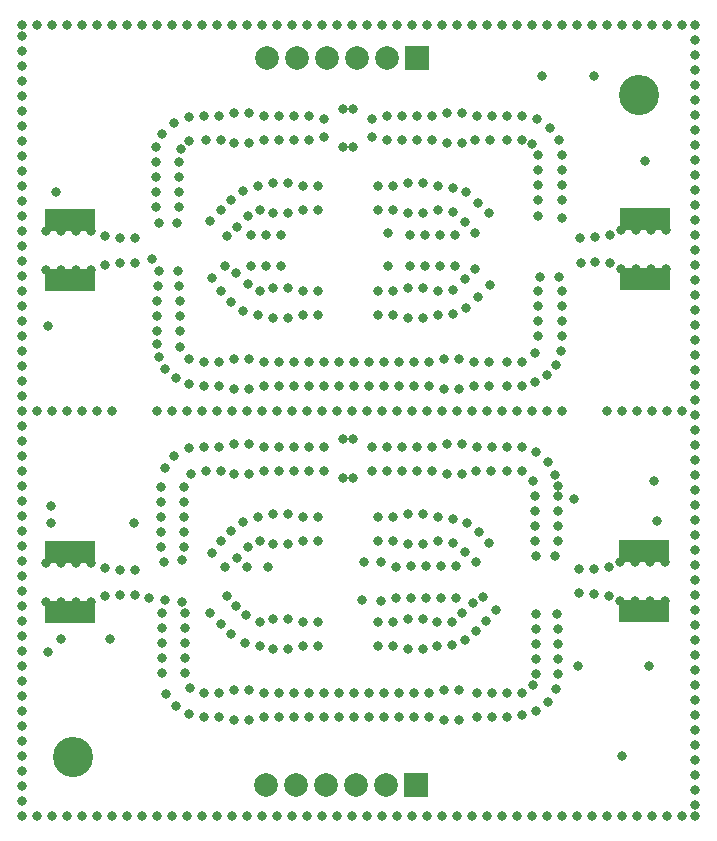
<source format=gbs>
G04*
G04 #@! TF.GenerationSoftware,Altium Limited,Altium Designer,24.5.2 (23)*
G04*
G04 Layer_Color=16711935*
%FSLAX25Y25*%
%MOIN*%
G70*
G04*
G04 #@! TF.SameCoordinates,E566BAFE-53A3-49A5-9EFE-4B06B608819B*
G04*
G04*
G04 #@! TF.FilePolarity,Negative*
G04*
G01*
G75*
%ADD22R,0.16800X0.07800*%
%ADD27C,0.13398*%
%ADD28C,0.07887*%
%ADD29R,0.07887X0.07887*%
%ADD30C,0.03200*%
%ADD38C,0.03202*%
D22*
X213538Y185016D02*
D03*
Y205016D02*
D03*
X213096Y74309D02*
D03*
Y94310D02*
D03*
X21915Y204646D02*
D03*
Y184646D02*
D03*
X21654Y74016D02*
D03*
Y94016D02*
D03*
D27*
X211328Y246552D02*
D03*
X22828Y25852D02*
D03*
D28*
X87109Y16595D02*
D03*
X127109D02*
D03*
X117109D02*
D03*
X107109D02*
D03*
X97109D02*
D03*
X97338Y258816D02*
D03*
X107338D02*
D03*
X117338D02*
D03*
X127338D02*
D03*
X87338D02*
D03*
D29*
X137109Y16595D02*
D03*
X137338Y258816D02*
D03*
D30*
X196327Y252752D02*
D03*
X205764Y141068D02*
D03*
X200764D02*
D03*
X135268Y189354D02*
D03*
X140269D02*
D03*
X145268D02*
D03*
X150268D02*
D03*
X82113Y189291D02*
D03*
X87113D02*
D03*
X92113D02*
D03*
Y199765D02*
D03*
X87113D02*
D03*
X82113D02*
D03*
X150268Y199828D02*
D03*
X145268D02*
D03*
X140269D02*
D03*
X135268D02*
D03*
X150328Y78652D02*
D03*
X145327D02*
D03*
X140328D02*
D03*
X135327D02*
D03*
X125328Y77678D02*
D03*
X130327Y78652D02*
D03*
Y89252D02*
D03*
X125328Y90952D02*
D03*
X135327Y89552D02*
D03*
X140328D02*
D03*
X145327D02*
D03*
X150328D02*
D03*
X87827Y89252D02*
D03*
X80827D02*
D03*
X179138Y252816D02*
D03*
X145764Y269868D02*
D03*
X185764D02*
D03*
X105764D02*
D03*
X115764D02*
D03*
X155764D02*
D03*
X195764D02*
D03*
X135764D02*
D03*
X175764D02*
D03*
X150764D02*
D03*
X110764D02*
D03*
X190764D02*
D03*
X200764D02*
D03*
X160764D02*
D03*
X120764D02*
D03*
X180764D02*
D03*
X140764D02*
D03*
X100764D02*
D03*
X170764D02*
D03*
X130764D02*
D03*
X165764D02*
D03*
X125764D02*
D03*
X185921Y181028D02*
D03*
X191138Y56016D02*
D03*
X205638Y26216D02*
D03*
X220096Y90810D02*
D03*
Y77810D02*
D03*
X184580Y53552D02*
D03*
X214938Y56016D02*
D03*
X216538Y117716D02*
D03*
X189638Y111816D02*
D03*
X213338Y224416D02*
D03*
X215764Y269868D02*
D03*
X210764D02*
D03*
X205764D02*
D03*
X220764D02*
D03*
X10764D02*
D03*
X15764D02*
D03*
X105764Y6068D02*
D03*
X116575Y39252D02*
D03*
X156921Y200528D02*
D03*
X127638Y200316D02*
D03*
X230264Y99944D02*
D03*
X217338Y104616D02*
D03*
X191396Y80352D02*
D03*
X184480Y97752D02*
D03*
Y102752D02*
D03*
X156980Y90752D02*
D03*
X119238Y78016D02*
D03*
X159480Y79252D02*
D03*
X119711Y90916D02*
D03*
X17115Y214146D02*
D03*
X192038Y190616D02*
D03*
X177921Y206028D02*
D03*
X127838Y189316D02*
D03*
X156921Y188528D02*
D03*
X196838Y190816D02*
D03*
X210096Y77810D02*
D03*
X201396Y79610D02*
D03*
X196396Y80110D02*
D03*
X201838Y190316D02*
D03*
X191838Y198816D02*
D03*
X220538Y201516D02*
D03*
X201838Y199716D02*
D03*
X210538Y201516D02*
D03*
X196838Y199216D02*
D03*
X215538Y201516D02*
D03*
X205538D02*
D03*
X210538Y188516D02*
D03*
X215538D02*
D03*
X220538D02*
D03*
X205538D02*
D03*
X43215Y103701D02*
D03*
X14515Y169546D02*
D03*
X33615Y199346D02*
D03*
X38615Y190446D02*
D03*
X43615D02*
D03*
X13654Y90516D02*
D03*
X200764Y6068D02*
D03*
X201396Y89009D02*
D03*
X191396Y88510D02*
D03*
X196396D02*
D03*
X205096Y77810D02*
D03*
Y90810D02*
D03*
X210096D02*
D03*
X215096D02*
D03*
Y77810D02*
D03*
X230264Y74944D02*
D03*
Y84944D02*
D03*
Y89944D02*
D03*
Y104944D02*
D03*
Y64944D02*
D03*
Y94944D02*
D03*
Y69944D02*
D03*
Y109944D02*
D03*
Y79944D02*
D03*
X15515Y103646D02*
D03*
X18715Y65246D02*
D03*
X35215Y65046D02*
D03*
X14415Y60746D02*
D03*
X5764Y81068D02*
D03*
Y86068D02*
D03*
Y106068D02*
D03*
Y101068D02*
D03*
Y96068D02*
D03*
Y91068D02*
D03*
Y76068D02*
D03*
Y111068D02*
D03*
X15415Y109446D02*
D03*
X50316Y209028D02*
D03*
X49213Y191732D02*
D03*
X5764Y66068D02*
D03*
X74016Y199528D02*
D03*
X43615Y198846D02*
D03*
X129480Y97752D02*
D03*
X124480D02*
D03*
X104516Y216028D02*
D03*
X116243Y229004D02*
D03*
Y241941D02*
D03*
X225764Y141068D02*
D03*
X220764D02*
D03*
X215764D02*
D03*
X210764D02*
D03*
X185764D02*
D03*
X180764D02*
D03*
X175764D02*
D03*
X170764D02*
D03*
X165764D02*
D03*
X160764D02*
D03*
X155764D02*
D03*
X150764D02*
D03*
X145764D02*
D03*
X140764D02*
D03*
X135764D02*
D03*
X130764D02*
D03*
X125764D02*
D03*
X120764D02*
D03*
X115764D02*
D03*
X110764D02*
D03*
X105764D02*
D03*
X100764D02*
D03*
X95764D02*
D03*
X90764D02*
D03*
X85764D02*
D03*
X80764D02*
D03*
X75764D02*
D03*
X70764D02*
D03*
X65764D02*
D03*
X60764D02*
D03*
X55764D02*
D03*
X50764D02*
D03*
X35764D02*
D03*
X30764D02*
D03*
X25764D02*
D03*
X20764D02*
D03*
X15764D02*
D03*
X10764D02*
D03*
X230264Y6068D02*
D03*
X225764D02*
D03*
X220764D02*
D03*
X230264Y9944D02*
D03*
Y14944D02*
D03*
Y19944D02*
D03*
Y24944D02*
D03*
Y29944D02*
D03*
Y34944D02*
D03*
Y39944D02*
D03*
Y44944D02*
D03*
Y49944D02*
D03*
Y54944D02*
D03*
Y59944D02*
D03*
Y114944D02*
D03*
Y119944D02*
D03*
Y124944D02*
D03*
Y129944D02*
D03*
Y134944D02*
D03*
Y139944D02*
D03*
Y144944D02*
D03*
Y149944D02*
D03*
Y154944D02*
D03*
Y159944D02*
D03*
Y164944D02*
D03*
Y169944D02*
D03*
Y174944D02*
D03*
Y179944D02*
D03*
Y184944D02*
D03*
Y189944D02*
D03*
Y194944D02*
D03*
Y199944D02*
D03*
Y204944D02*
D03*
Y209944D02*
D03*
Y214944D02*
D03*
Y219944D02*
D03*
Y224944D02*
D03*
Y229944D02*
D03*
Y234944D02*
D03*
Y239944D02*
D03*
Y244944D02*
D03*
Y249944D02*
D03*
Y254944D02*
D03*
Y259944D02*
D03*
Y264944D02*
D03*
Y269868D02*
D03*
X225764D02*
D03*
X95764D02*
D03*
X90764D02*
D03*
X85764D02*
D03*
X215764Y6068D02*
D03*
X210764D02*
D03*
X205764D02*
D03*
X195764D02*
D03*
X190764D02*
D03*
X185764D02*
D03*
X180764D02*
D03*
X175764D02*
D03*
X170764D02*
D03*
X165764D02*
D03*
X160764D02*
D03*
X155764D02*
D03*
X150764D02*
D03*
X145764D02*
D03*
X140764D02*
D03*
X135764D02*
D03*
X130764D02*
D03*
X125764D02*
D03*
X120764D02*
D03*
X115764D02*
D03*
X110764D02*
D03*
X100764D02*
D03*
X95764D02*
D03*
X90764D02*
D03*
X85764D02*
D03*
X80764D02*
D03*
Y269868D02*
D03*
X75764D02*
D03*
X70764D02*
D03*
X65764D02*
D03*
X60764D02*
D03*
X55764D02*
D03*
X50764D02*
D03*
X45764D02*
D03*
X40764D02*
D03*
X35764D02*
D03*
X30764D02*
D03*
X25764D02*
D03*
X20764D02*
D03*
X5764D02*
D03*
X10764Y6068D02*
D03*
X15764D02*
D03*
X20764D02*
D03*
X25764D02*
D03*
X30764D02*
D03*
X35764D02*
D03*
X40764D02*
D03*
X45764D02*
D03*
X50764D02*
D03*
X55764D02*
D03*
X60764D02*
D03*
X65764D02*
D03*
X70764D02*
D03*
X75764D02*
D03*
X5764Y221068D02*
D03*
Y226068D02*
D03*
Y231068D02*
D03*
Y236068D02*
D03*
Y241068D02*
D03*
Y246068D02*
D03*
Y251068D02*
D03*
Y256068D02*
D03*
Y261068D02*
D03*
Y266068D02*
D03*
Y151068D02*
D03*
Y156068D02*
D03*
Y161068D02*
D03*
Y166068D02*
D03*
Y171068D02*
D03*
Y176068D02*
D03*
Y181068D02*
D03*
Y186068D02*
D03*
Y191068D02*
D03*
Y196068D02*
D03*
Y201068D02*
D03*
Y206068D02*
D03*
Y211068D02*
D03*
Y216068D02*
D03*
Y116068D02*
D03*
Y121068D02*
D03*
Y126068D02*
D03*
Y131068D02*
D03*
Y136068D02*
D03*
Y141068D02*
D03*
Y146068D02*
D03*
Y71068D02*
D03*
Y61068D02*
D03*
Y56068D02*
D03*
Y51068D02*
D03*
Y46068D02*
D03*
Y41068D02*
D03*
Y36068D02*
D03*
Y31068D02*
D03*
Y26068D02*
D03*
Y21068D02*
D03*
Y16068D02*
D03*
Y11068D02*
D03*
Y6068D02*
D03*
X38615Y198846D02*
D03*
X33615Y189946D02*
D03*
X33354Y79316D02*
D03*
X38354Y79816D02*
D03*
X43354D02*
D03*
Y88216D02*
D03*
X38354D02*
D03*
X33354Y88716D02*
D03*
X59173Y91496D02*
D03*
X53075Y90852D02*
D03*
X59775Y110852D02*
D03*
Y105852D02*
D03*
Y100852D02*
D03*
Y95852D02*
D03*
X52075D02*
D03*
Y100852D02*
D03*
Y105852D02*
D03*
Y110852D02*
D03*
Y115852D02*
D03*
X59775D02*
D03*
X177280Y92752D02*
D03*
X183480D02*
D03*
X176680Y97752D02*
D03*
X184480Y107752D02*
D03*
X176680Y102752D02*
D03*
Y107752D02*
D03*
X184480Y116252D02*
D03*
Y112752D02*
D03*
X176680D02*
D03*
X183580Y119852D02*
D03*
X176180Y117752D02*
D03*
X180980Y124252D02*
D03*
X177280Y127552D02*
D03*
X172480Y121252D02*
D03*
Y129052D02*
D03*
X183980Y73552D02*
D03*
X184580Y58552D02*
D03*
Y63552D02*
D03*
Y68552D02*
D03*
X177280Y73552D02*
D03*
X176980Y68552D02*
D03*
Y63552D02*
D03*
Y58552D02*
D03*
Y53552D02*
D03*
X183880Y48552D02*
D03*
X181180Y44252D02*
D03*
X177280Y41052D02*
D03*
X175980Y49752D02*
D03*
X172480Y39752D02*
D03*
Y47252D02*
D03*
X59112Y77525D02*
D03*
X53575Y78252D02*
D03*
X52375Y53652D02*
D03*
X60075D02*
D03*
X163680Y74952D02*
D03*
X160480Y71252D02*
D03*
X155980Y77252D02*
D03*
X156980Y67752D02*
D03*
X153480Y64752D02*
D03*
X152480Y73752D02*
D03*
X148980Y63252D02*
D03*
Y70752D02*
D03*
X143980Y62752D02*
D03*
Y70752D02*
D03*
X74075Y79452D02*
D03*
X77075Y76252D02*
D03*
X68575Y73752D02*
D03*
X72075Y70252D02*
D03*
X75575Y66752D02*
D03*
X80575Y73252D02*
D03*
X80075Y63952D02*
D03*
X85075Y62752D02*
D03*
Y70752D02*
D03*
X161480Y97252D02*
D03*
X157980Y100752D02*
D03*
X153480Y94252D02*
D03*
X153980Y103752D02*
D03*
X149480Y105252D02*
D03*
Y97252D02*
D03*
X144480Y97752D02*
D03*
Y105752D02*
D03*
X69075Y93752D02*
D03*
X77575Y92252D02*
D03*
X72075Y97752D02*
D03*
X75575Y101252D02*
D03*
X80980Y95752D02*
D03*
X79575Y104252D02*
D03*
X84980Y97752D02*
D03*
X84575Y105752D02*
D03*
X161921Y183028D02*
D03*
X157921Y179028D02*
D03*
X153421Y185028D02*
D03*
X153921Y175528D02*
D03*
X149421Y181528D02*
D03*
Y173528D02*
D03*
X144421Y173028D02*
D03*
Y181028D02*
D03*
X161421Y207028D02*
D03*
X157921Y210528D02*
D03*
X153421Y204028D02*
D03*
X153921Y214028D02*
D03*
X149421Y215528D02*
D03*
Y207528D02*
D03*
X144421Y208028D02*
D03*
Y216028D02*
D03*
X73516Y189528D02*
D03*
X69016Y185528D02*
D03*
X77016Y187028D02*
D03*
X81016Y183528D02*
D03*
X84516Y173028D02*
D03*
X79516Y174528D02*
D03*
X85016Y181028D02*
D03*
X75516Y177528D02*
D03*
X72016Y181028D02*
D03*
X68516Y204528D02*
D03*
X72016Y208028D02*
D03*
X77516Y202528D02*
D03*
X75516Y211528D02*
D03*
X81016Y206028D02*
D03*
X85016Y208028D02*
D03*
X79516Y214528D02*
D03*
X84516Y216028D02*
D03*
X124480Y105752D02*
D03*
X139480Y106752D02*
D03*
X134480D02*
D03*
X129480Y105752D02*
D03*
X124480Y70752D02*
D03*
X139480Y71752D02*
D03*
X134480D02*
D03*
X129480Y70752D02*
D03*
X124480Y62752D02*
D03*
X139480Y61752D02*
D03*
X134480D02*
D03*
X129480Y62752D02*
D03*
X139480Y96752D02*
D03*
X134480D02*
D03*
X104575Y62752D02*
D03*
X89575Y61752D02*
D03*
X94575D02*
D03*
X99575Y62752D02*
D03*
X104575Y97752D02*
D03*
X89575Y96752D02*
D03*
X94575D02*
D03*
X99575Y97752D02*
D03*
X104575Y105752D02*
D03*
X89575Y106752D02*
D03*
X94575D02*
D03*
X99575Y105752D02*
D03*
X104575Y70752D02*
D03*
X89575Y71752D02*
D03*
X94575D02*
D03*
X99575Y70752D02*
D03*
X104516Y181028D02*
D03*
X89516Y182028D02*
D03*
X94516D02*
D03*
X99516Y181028D02*
D03*
X104516Y173028D02*
D03*
X89516Y172028D02*
D03*
X94516D02*
D03*
X99516Y173028D02*
D03*
X124421D02*
D03*
X139421Y172028D02*
D03*
X134421D02*
D03*
X129421Y173028D02*
D03*
X124421Y181028D02*
D03*
X139421Y182028D02*
D03*
X134421D02*
D03*
X129421Y181028D02*
D03*
X124421Y216028D02*
D03*
X139421Y217028D02*
D03*
X134421D02*
D03*
X129421Y216028D02*
D03*
X124421Y208028D02*
D03*
X139421Y207028D02*
D03*
X134421D02*
D03*
X129421Y208028D02*
D03*
X104516D02*
D03*
X89516Y207028D02*
D03*
X94516D02*
D03*
X99516Y208028D02*
D03*
X89516Y217028D02*
D03*
X94516D02*
D03*
X99516Y216028D02*
D03*
X184638Y185916D02*
D03*
X178538D02*
D03*
X177921Y181028D02*
D03*
X185921Y176028D02*
D03*
X177921D02*
D03*
X185921Y171028D02*
D03*
X177921D02*
D03*
X185921Y166028D02*
D03*
X185621Y161028D02*
D03*
X177921Y166028D02*
D03*
X176921Y160528D02*
D03*
X183921Y156528D02*
D03*
X180921Y153028D02*
D03*
X176921Y150728D02*
D03*
X172421Y149528D02*
D03*
Y157528D02*
D03*
X157480Y47252D02*
D03*
X162480D02*
D03*
X167480D02*
D03*
X157480Y39252D02*
D03*
X162480D02*
D03*
X167480D02*
D03*
X156421Y149528D02*
D03*
X161421D02*
D03*
X167421D02*
D03*
Y157528D02*
D03*
X161421D02*
D03*
X156421D02*
D03*
X50716Y163528D02*
D03*
X53516Y155028D02*
D03*
X57016Y152028D02*
D03*
X61516Y150028D02*
D03*
X66516Y149528D02*
D03*
X71516D02*
D03*
X58516Y162528D02*
D03*
X61516Y158528D02*
D03*
X66516Y157528D02*
D03*
X71516D02*
D03*
X86575Y39252D02*
D03*
X81575Y38252D02*
D03*
X76575D02*
D03*
X91575Y39252D02*
D03*
X96575D02*
D03*
X101575D02*
D03*
X141575D02*
D03*
X146575Y38252D02*
D03*
X151575D02*
D03*
X136575Y39252D02*
D03*
X131575D02*
D03*
X126575D02*
D03*
X106575D02*
D03*
X111575D02*
D03*
X121575D02*
D03*
X86575Y47252D02*
D03*
X81575Y48252D02*
D03*
X76575D02*
D03*
X91575Y47252D02*
D03*
X96575D02*
D03*
X101575D02*
D03*
X141575D02*
D03*
X146575Y48252D02*
D03*
X151575D02*
D03*
X136575Y47252D02*
D03*
X131575D02*
D03*
X126575D02*
D03*
X106575D02*
D03*
X111575D02*
D03*
X116575D02*
D03*
X121575D02*
D03*
X141516Y149528D02*
D03*
X136516D02*
D03*
X131516D02*
D03*
X126516D02*
D03*
X106516D02*
D03*
X111516D02*
D03*
X116516D02*
D03*
X121516D02*
D03*
Y157528D02*
D03*
X116516D02*
D03*
X111516D02*
D03*
X106516D02*
D03*
X151516Y148528D02*
D03*
X146516D02*
D03*
X126516Y157528D02*
D03*
X131516D02*
D03*
X136516D02*
D03*
X151516Y158528D02*
D03*
X146516D02*
D03*
X141516Y157528D02*
D03*
X101516Y149528D02*
D03*
X96516D02*
D03*
X91516D02*
D03*
X76516Y148528D02*
D03*
X81516D02*
D03*
X86516Y149528D02*
D03*
X101516Y157528D02*
D03*
X96516D02*
D03*
X91516D02*
D03*
X76516Y158528D02*
D03*
X81516D02*
D03*
X86516Y157528D02*
D03*
X185921Y205528D02*
D03*
X185721Y211528D02*
D03*
Y216528D02*
D03*
Y221528D02*
D03*
X177921Y211528D02*
D03*
Y216528D02*
D03*
Y221528D02*
D03*
Y226528D02*
D03*
X185921D02*
D03*
X184921Y231528D02*
D03*
X181921Y235528D02*
D03*
X177421Y238528D02*
D03*
X175921Y230028D02*
D03*
X172421Y231528D02*
D03*
Y239528D02*
D03*
X50616Y229028D02*
D03*
X50316Y224028D02*
D03*
Y219028D02*
D03*
X52516Y233528D02*
D03*
X50316Y214028D02*
D03*
X71575Y39252D02*
D03*
X66575D02*
D03*
X71575Y47252D02*
D03*
X66575D02*
D03*
X53875Y46652D02*
D03*
X57075Y42752D02*
D03*
X61775Y48952D02*
D03*
X61575Y40252D02*
D03*
X157480Y129252D02*
D03*
X162480D02*
D03*
X156980Y121252D02*
D03*
X161980D02*
D03*
X167480D02*
D03*
Y129252D02*
D03*
X157421Y239528D02*
D03*
X162421D02*
D03*
X156921Y231528D02*
D03*
X161921D02*
D03*
X167421D02*
D03*
Y239528D02*
D03*
X71575Y129252D02*
D03*
X66575D02*
D03*
X72075Y121252D02*
D03*
X67075D02*
D03*
X53575Y122152D02*
D03*
X56575Y126252D02*
D03*
X62075Y120252D02*
D03*
X61575Y128752D02*
D03*
X61516Y239028D02*
D03*
Y231028D02*
D03*
X58116Y219028D02*
D03*
X58716Y228328D02*
D03*
X58116Y224028D02*
D03*
X56516Y237028D02*
D03*
X127480Y129252D02*
D03*
X132480D02*
D03*
X137480D02*
D03*
X152480Y130252D02*
D03*
X147480D02*
D03*
X142480Y129252D02*
D03*
X122480D02*
D03*
X127480Y121252D02*
D03*
X132480D02*
D03*
X137480D02*
D03*
X152480Y120252D02*
D03*
X147480D02*
D03*
X142480Y121252D02*
D03*
X122480D02*
D03*
X127421Y231528D02*
D03*
X132421D02*
D03*
X137421D02*
D03*
X152421Y230528D02*
D03*
X147421D02*
D03*
X142421Y231528D02*
D03*
X122421Y232528D02*
D03*
X127421Y239528D02*
D03*
X132421D02*
D03*
X137421D02*
D03*
X152421Y240528D02*
D03*
X147421D02*
D03*
X142421Y239528D02*
D03*
X122421Y238528D02*
D03*
X101575Y121252D02*
D03*
X96575D02*
D03*
X91575D02*
D03*
X76575Y120252D02*
D03*
X81575D02*
D03*
X86575Y121252D02*
D03*
X106575D02*
D03*
X101575Y129252D02*
D03*
X96575D02*
D03*
X91575D02*
D03*
X76575Y130252D02*
D03*
X81575D02*
D03*
X86575Y129252D02*
D03*
X106480D02*
D03*
X67016Y231528D02*
D03*
X72016D02*
D03*
X66516Y239528D02*
D03*
X71516D02*
D03*
X101516Y231528D02*
D03*
X96516D02*
D03*
X91516D02*
D03*
X76516Y230528D02*
D03*
X81516D02*
D03*
X86516Y231528D02*
D03*
X106516Y232528D02*
D03*
Y238528D02*
D03*
X86516Y239528D02*
D03*
X81516Y240528D02*
D03*
X76516D02*
D03*
X51516Y187728D02*
D03*
X57716D02*
D03*
X51116Y182728D02*
D03*
X48228Y78843D02*
D03*
X51516Y159028D02*
D03*
X28915Y188146D02*
D03*
X58116Y182728D02*
D03*
X58516Y177728D02*
D03*
Y172728D02*
D03*
X91516Y239528D02*
D03*
X96516D02*
D03*
X101516D02*
D03*
X58516Y167728D02*
D03*
X23915Y201146D02*
D03*
X50706Y177728D02*
D03*
X50716Y167728D02*
D03*
Y172728D02*
D03*
X57516Y203928D02*
D03*
X58116Y209028D02*
D03*
Y214028D02*
D03*
X28915Y201146D02*
D03*
X13915Y188146D02*
D03*
X18915D02*
D03*
X13915Y201146D02*
D03*
X51316Y203928D02*
D03*
X23915Y188146D02*
D03*
X18915Y201146D02*
D03*
X60075Y58652D02*
D03*
X60275Y73652D02*
D03*
X52375Y68652D02*
D03*
Y73652D02*
D03*
Y63652D02*
D03*
Y58652D02*
D03*
X60075Y63652D02*
D03*
X60275Y68652D02*
D03*
X112753Y118783D02*
D03*
X116302Y131720D02*
D03*
X73575Y89252D02*
D03*
X23654Y90516D02*
D03*
X18654D02*
D03*
Y77516D02*
D03*
X28654D02*
D03*
X23654D02*
D03*
X13654D02*
D03*
X28654Y90516D02*
D03*
D38*
X112694Y229004D02*
D03*
Y241941D02*
D03*
X116302Y118783D02*
D03*
X112753Y131720D02*
D03*
M02*

</source>
